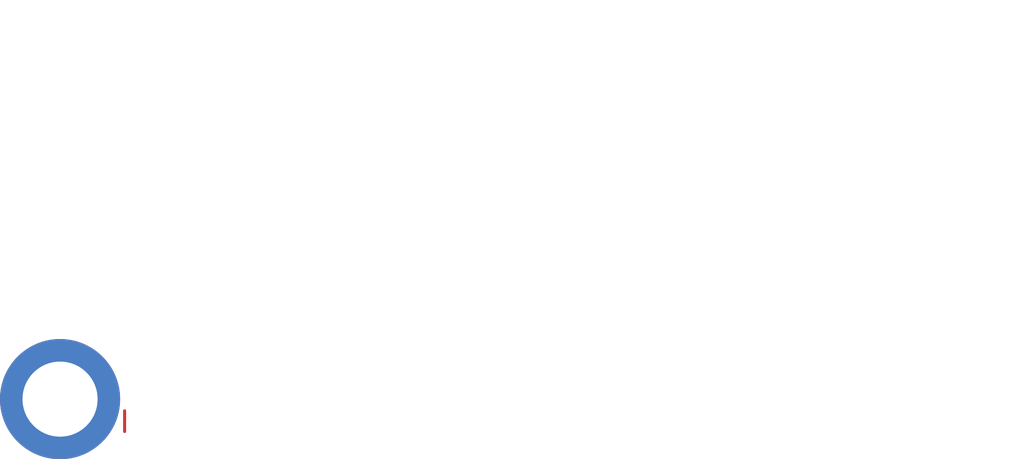
<source format=kicad_pcb>
(kicad_pcb (version 4) (host pcbnew "(after 2015-may-01 BZR unknown)-product")

  (general
    (links 0)
    (no_connects 0)
    (area 60.143 125.153 103.727 144.827)
    (thickness 1.6)
    (drawings 0)
    (tracks 0)
    (zones 0)
    (modules 1)
    (nets 1)
  )

  (page A4)
  (layers
    (0 F.Cu signal)
    (1 In1.Cu signal hide)
    (2 In2.Cu signal hide)
    (31 B.Cu signal)
    (33 F.Adhes user)
    (35 F.Paste user)
    (37 F.SilkS user)
    (39 F.Mask user)
    (40 Dwgs.User user)
    (41 Cmts.User user)
    (42 Eco1.User user)
    (43 Eco2.User user)
    (44 Edge.Cuts user)
    (45 Margin user)
    (47 F.CrtYd user)
    (49 F.Fab user)
  )

  (setup
    (last_trace_width 0.25)
    (user_trace_width 0.19017)
    (user_trace_width 0.254)
    (user_trace_width 0.635)
    (trace_clearance 0.127)
    (zone_clearance 0.254)
    (zone_45_only yes)
    (trace_min 0.127)
    (segment_width 0.2)
    (edge_width 0.508)
    (via_size 0.4572)
    (via_drill 0.254)
    (via_min_size 0.4572)
    (via_min_drill 0.254)
    (user_via 0.635 0.4318)
    (uvia_size 0.4572)
    (uvia_drill 0.254)
    (uvias_allowed no)
    (uvia_min_size 0.4572)
    (uvia_min_drill 0.254)
    (pcb_text_width 0.3)
    (pcb_text_size 1.5 1.5)
    (mod_edge_width 0.15)
    (mod_text_size 1.5 1.5)
    (mod_text_width 0.15)
    (pad_size 0.127 1.004517)
    (pad_drill 0)
    (pad_to_mask_clearance 0)
    (pad_to_paste_clearance_ratio -0.15)
    (aux_axis_origin 0 0)
    (visible_elements FFFFFF7F)
    (pcbplotparams
      (layerselection 0x00030_80000001)
      (usegerberextensions false)
      (excludeedgelayer true)
      (linewidth 0.150000)
      (plotframeref false)
      (viasonmask false)
      (mode 1)
      (useauxorigin false)
      (hpglpennumber 1)
      (hpglpenspeed 20)
      (hpglpendiameter 15)
      (hpglpenoverlay 2)
      (psnegative false)
      (psa4output false)
      (plotreference true)
      (plotvalue true)
      (plotinvisibletext false)
      (padsonsilk false)
      (subtractmaskfromsilk false)
      (outputformat 1)
      (mirror false)
      (drillshape 1)
      (scaleselection 1)
      (outputdirectory ""))
  )

  (net 0 "")

  (net_class Default "This is the default net class."
    (clearance 0.127)
    (trace_width 0.25)
    (via_dia 0.4572)
    (via_drill 0.254)
    (uvia_dia 0.4572)
    (uvia_drill 0.254)
  )

  (module gen:xxx (layer F.Cu) (tedit 55558E80) (tstamp 554A812F)
    (at 103.35 125.53)
    (path /530B7A40)
    (fp_text reference A1 (at -27.29 5.52 180) (layer F.SilkS) hide
      (effects (font (size 0.508 0.508) (thickness 0.0508)))
    )
    (fp_text value xxx (at -27.29 5.52 180) (layer F.Adhes) hide
      (effects (font (thickness 0.15)))
    )
    (pad "" thru_hole circle (at -40.54 16.63) (size 5.08 5.08) (drill 3.175) (layers *.Cu *.Mask))
    (pad 42 smd oval (at -37.81 17.56) (size 0.127 1.004517) (layers F.Cu))
  )

)

</source>
